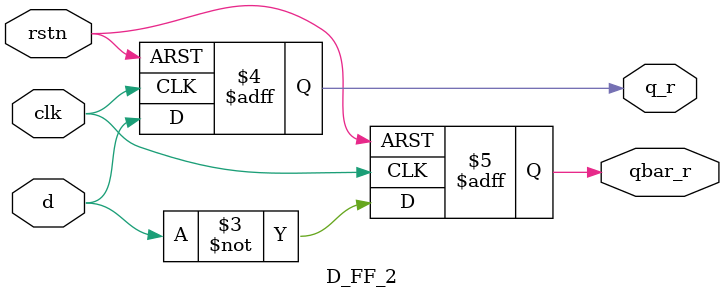
<source format=v>
module D_FF_2(d, rstn, clk, q_r, qbar_r);

input d, rstn, clk;
output reg q_r, qbar_r;

always @(posedge clk, negedge rstn) begin

    if(~rstn)begin
        q_r <= 1'b0;
        qbar_r <= 1'b1;
    end
    else begin
        q_r <= d;
        qbar_r <= ~(d);
    end
    
    
end

endmodule
</source>
